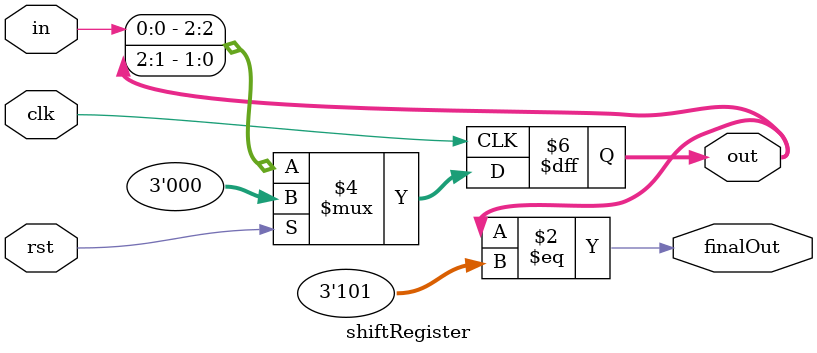
<source format=v>
module shiftRegister(input clk, rst, in, output reg [2:0]out, output finalOut);
always@ (posedge clk)
begin 
if (rst)
out <=0;
else 
out<= {in, out[2], out[1]};
end 
assign finalOut = (out == 3'b101);
endmodule

</source>
